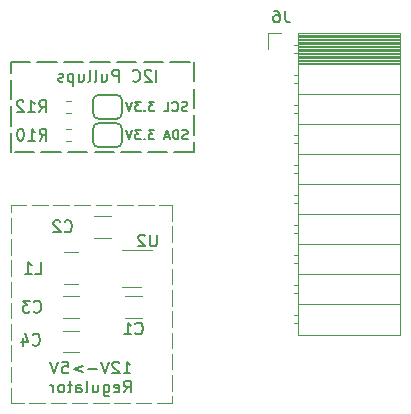
<source format=gbr>
%TF.GenerationSoftware,KiCad,Pcbnew,7.0.9*%
%TF.CreationDate,2024-07-24T20:02:15-04:00*%
%TF.ProjectId,BREAD_Loaf,42524541-445f-44c6-9f61-662e6b696361,rev?*%
%TF.SameCoordinates,PX2fdfdc0PY36746e0*%
%TF.FileFunction,Legend,Bot*%
%TF.FilePolarity,Positive*%
%FSLAX46Y46*%
G04 Gerber Fmt 4.6, Leading zero omitted, Abs format (unit mm)*
G04 Created by KiCad (PCBNEW 7.0.9) date 2024-07-24 20:02:15*
%MOMM*%
%LPD*%
G01*
G04 APERTURE LIST*
%ADD10C,0.150000*%
%ADD11C,0.120000*%
%ADD12C,0.152400*%
G04 APERTURE END LIST*
D10*
X6800000Y-30900000D02*
X8450000Y-30900000D01*
X9050000Y-30900000D02*
X10700000Y-30900000D01*
X11300000Y-30900000D02*
X12950000Y-30900000D01*
X13550000Y-30900000D02*
X15200000Y-30900000D01*
X15800000Y-30900000D02*
X17450000Y-30900000D01*
X18050000Y-30900000D02*
X19700000Y-30900000D01*
X20300000Y-30900000D02*
X21950000Y-30900000D01*
X22300000Y-30900000D02*
X22300000Y-32550000D01*
X22300000Y-33150000D02*
X22300000Y-34800000D01*
X22300000Y-35400000D02*
X22300000Y-37050000D01*
X22300000Y-37650000D02*
X22300000Y-38550000D01*
X22300000Y-38550000D02*
X20650000Y-38550000D01*
X20050000Y-38550000D02*
X18400000Y-38550000D01*
X17800000Y-38550000D02*
X16150000Y-38550000D01*
X15550000Y-38550000D02*
X13900000Y-38550000D01*
X13300000Y-38550000D02*
X11650000Y-38550000D01*
X11050000Y-38550000D02*
X9400000Y-38550000D01*
X8800000Y-38550000D02*
X7150000Y-38550000D01*
X6800000Y-38550000D02*
X6800000Y-36900000D01*
X6800000Y-36300000D02*
X6800000Y-34650000D01*
X6800000Y-34050000D02*
X6800000Y-32400000D01*
X6800000Y-31800000D02*
X6800000Y-30900000D01*
D11*
X6800000Y-43012500D02*
X8120000Y-43012500D01*
X8600000Y-43012500D02*
X9920000Y-43012500D01*
X10400000Y-43012500D02*
X11720000Y-43012500D01*
X12200000Y-43012500D02*
X13520000Y-43012500D01*
X14000000Y-43012500D02*
X15320000Y-43012500D01*
X15800000Y-43012500D02*
X17120000Y-43012500D01*
X17600000Y-43012500D02*
X18920000Y-43012500D01*
X19400000Y-43012500D02*
X20500000Y-43012500D01*
X20500000Y-43012500D02*
X20500000Y-44332500D01*
X20500000Y-44812500D02*
X20500000Y-46132500D01*
X20500000Y-46612500D02*
X20500000Y-47932500D01*
X20500000Y-48412500D02*
X20500000Y-49732500D01*
X20500000Y-50212500D02*
X20500000Y-51532500D01*
X20500000Y-52012500D02*
X20500000Y-53332500D01*
X20500000Y-53812500D02*
X20500000Y-55132500D01*
X20500000Y-55612500D02*
X20500000Y-56932500D01*
X20500000Y-57412500D02*
X20500000Y-58732500D01*
X20500000Y-59212500D02*
X20500000Y-59812500D01*
X20500000Y-59812500D02*
X19180000Y-59812500D01*
X18700000Y-59812500D02*
X17380000Y-59812500D01*
X16900000Y-59812500D02*
X15580000Y-59812500D01*
X15100000Y-59812500D02*
X13780000Y-59812500D01*
X13300000Y-59812500D02*
X11980000Y-59812500D01*
X11500000Y-59812500D02*
X10180000Y-59812500D01*
X9700000Y-59812500D02*
X8380000Y-59812500D01*
X7900000Y-59812500D02*
X6800000Y-59812500D01*
X6800000Y-59812500D02*
X6800000Y-58492500D01*
X6800000Y-58012500D02*
X6800000Y-56692500D01*
X6800000Y-56212500D02*
X6800000Y-54892500D01*
X6800000Y-54412500D02*
X6800000Y-53092500D01*
X6800000Y-52612500D02*
X6800000Y-51292500D01*
X6800000Y-50812500D02*
X6800000Y-49492500D01*
X6800000Y-49012500D02*
X6800000Y-47692500D01*
X6800000Y-47212500D02*
X6800000Y-45892500D01*
X6800000Y-45412500D02*
X6800000Y-44092500D01*
X6800000Y-43612500D02*
X6800000Y-43012500D01*
D10*
X16361904Y-57272319D02*
X16933332Y-57272319D01*
X16647618Y-57272319D02*
X16647618Y-56272319D01*
X16647618Y-56272319D02*
X16742856Y-56415176D01*
X16742856Y-56415176D02*
X16838094Y-56510414D01*
X16838094Y-56510414D02*
X16933332Y-56558033D01*
X15980951Y-56367557D02*
X15933332Y-56319938D01*
X15933332Y-56319938D02*
X15838094Y-56272319D01*
X15838094Y-56272319D02*
X15599999Y-56272319D01*
X15599999Y-56272319D02*
X15504761Y-56319938D01*
X15504761Y-56319938D02*
X15457142Y-56367557D01*
X15457142Y-56367557D02*
X15409523Y-56462795D01*
X15409523Y-56462795D02*
X15409523Y-56558033D01*
X15409523Y-56558033D02*
X15457142Y-56700890D01*
X15457142Y-56700890D02*
X16028570Y-57272319D01*
X16028570Y-57272319D02*
X15409523Y-57272319D01*
X15123808Y-56272319D02*
X14790475Y-57272319D01*
X14790475Y-57272319D02*
X14457142Y-56272319D01*
X14123808Y-56891366D02*
X13361904Y-56891366D01*
X12885713Y-56605652D02*
X12123809Y-56891366D01*
X12123809Y-56891366D02*
X12885713Y-57177080D01*
X11171428Y-56272319D02*
X11647618Y-56272319D01*
X11647618Y-56272319D02*
X11695237Y-56748509D01*
X11695237Y-56748509D02*
X11647618Y-56700890D01*
X11647618Y-56700890D02*
X11552380Y-56653271D01*
X11552380Y-56653271D02*
X11314285Y-56653271D01*
X11314285Y-56653271D02*
X11219047Y-56700890D01*
X11219047Y-56700890D02*
X11171428Y-56748509D01*
X11171428Y-56748509D02*
X11123809Y-56843747D01*
X11123809Y-56843747D02*
X11123809Y-57081842D01*
X11123809Y-57081842D02*
X11171428Y-57177080D01*
X11171428Y-57177080D02*
X11219047Y-57224700D01*
X11219047Y-57224700D02*
X11314285Y-57272319D01*
X11314285Y-57272319D02*
X11552380Y-57272319D01*
X11552380Y-57272319D02*
X11647618Y-57224700D01*
X11647618Y-57224700D02*
X11695237Y-57177080D01*
X10838094Y-56272319D02*
X10504761Y-57272319D01*
X10504761Y-57272319D02*
X10171428Y-56272319D01*
X16385715Y-58882319D02*
X16719048Y-58406128D01*
X16957143Y-58882319D02*
X16957143Y-57882319D01*
X16957143Y-57882319D02*
X16576191Y-57882319D01*
X16576191Y-57882319D02*
X16480953Y-57929938D01*
X16480953Y-57929938D02*
X16433334Y-57977557D01*
X16433334Y-57977557D02*
X16385715Y-58072795D01*
X16385715Y-58072795D02*
X16385715Y-58215652D01*
X16385715Y-58215652D02*
X16433334Y-58310890D01*
X16433334Y-58310890D02*
X16480953Y-58358509D01*
X16480953Y-58358509D02*
X16576191Y-58406128D01*
X16576191Y-58406128D02*
X16957143Y-58406128D01*
X15576191Y-58834700D02*
X15671429Y-58882319D01*
X15671429Y-58882319D02*
X15861905Y-58882319D01*
X15861905Y-58882319D02*
X15957143Y-58834700D01*
X15957143Y-58834700D02*
X16004762Y-58739461D01*
X16004762Y-58739461D02*
X16004762Y-58358509D01*
X16004762Y-58358509D02*
X15957143Y-58263271D01*
X15957143Y-58263271D02*
X15861905Y-58215652D01*
X15861905Y-58215652D02*
X15671429Y-58215652D01*
X15671429Y-58215652D02*
X15576191Y-58263271D01*
X15576191Y-58263271D02*
X15528572Y-58358509D01*
X15528572Y-58358509D02*
X15528572Y-58453747D01*
X15528572Y-58453747D02*
X16004762Y-58548985D01*
X14671429Y-58215652D02*
X14671429Y-59025176D01*
X14671429Y-59025176D02*
X14719048Y-59120414D01*
X14719048Y-59120414D02*
X14766667Y-59168033D01*
X14766667Y-59168033D02*
X14861905Y-59215652D01*
X14861905Y-59215652D02*
X15004762Y-59215652D01*
X15004762Y-59215652D02*
X15100000Y-59168033D01*
X14671429Y-58834700D02*
X14766667Y-58882319D01*
X14766667Y-58882319D02*
X14957143Y-58882319D01*
X14957143Y-58882319D02*
X15052381Y-58834700D01*
X15052381Y-58834700D02*
X15100000Y-58787080D01*
X15100000Y-58787080D02*
X15147619Y-58691842D01*
X15147619Y-58691842D02*
X15147619Y-58406128D01*
X15147619Y-58406128D02*
X15100000Y-58310890D01*
X15100000Y-58310890D02*
X15052381Y-58263271D01*
X15052381Y-58263271D02*
X14957143Y-58215652D01*
X14957143Y-58215652D02*
X14766667Y-58215652D01*
X14766667Y-58215652D02*
X14671429Y-58263271D01*
X13766667Y-58215652D02*
X13766667Y-58882319D01*
X14195238Y-58215652D02*
X14195238Y-58739461D01*
X14195238Y-58739461D02*
X14147619Y-58834700D01*
X14147619Y-58834700D02*
X14052381Y-58882319D01*
X14052381Y-58882319D02*
X13909524Y-58882319D01*
X13909524Y-58882319D02*
X13814286Y-58834700D01*
X13814286Y-58834700D02*
X13766667Y-58787080D01*
X13147619Y-58882319D02*
X13242857Y-58834700D01*
X13242857Y-58834700D02*
X13290476Y-58739461D01*
X13290476Y-58739461D02*
X13290476Y-57882319D01*
X12338095Y-58882319D02*
X12338095Y-58358509D01*
X12338095Y-58358509D02*
X12385714Y-58263271D01*
X12385714Y-58263271D02*
X12480952Y-58215652D01*
X12480952Y-58215652D02*
X12671428Y-58215652D01*
X12671428Y-58215652D02*
X12766666Y-58263271D01*
X12338095Y-58834700D02*
X12433333Y-58882319D01*
X12433333Y-58882319D02*
X12671428Y-58882319D01*
X12671428Y-58882319D02*
X12766666Y-58834700D01*
X12766666Y-58834700D02*
X12814285Y-58739461D01*
X12814285Y-58739461D02*
X12814285Y-58644223D01*
X12814285Y-58644223D02*
X12766666Y-58548985D01*
X12766666Y-58548985D02*
X12671428Y-58501366D01*
X12671428Y-58501366D02*
X12433333Y-58501366D01*
X12433333Y-58501366D02*
X12338095Y-58453747D01*
X12004761Y-58215652D02*
X11623809Y-58215652D01*
X11861904Y-57882319D02*
X11861904Y-58739461D01*
X11861904Y-58739461D02*
X11814285Y-58834700D01*
X11814285Y-58834700D02*
X11719047Y-58882319D01*
X11719047Y-58882319D02*
X11623809Y-58882319D01*
X11147618Y-58882319D02*
X11242856Y-58834700D01*
X11242856Y-58834700D02*
X11290475Y-58787080D01*
X11290475Y-58787080D02*
X11338094Y-58691842D01*
X11338094Y-58691842D02*
X11338094Y-58406128D01*
X11338094Y-58406128D02*
X11290475Y-58310890D01*
X11290475Y-58310890D02*
X11242856Y-58263271D01*
X11242856Y-58263271D02*
X11147618Y-58215652D01*
X11147618Y-58215652D02*
X11004761Y-58215652D01*
X11004761Y-58215652D02*
X10909523Y-58263271D01*
X10909523Y-58263271D02*
X10861904Y-58310890D01*
X10861904Y-58310890D02*
X10814285Y-58406128D01*
X10814285Y-58406128D02*
X10814285Y-58691842D01*
X10814285Y-58691842D02*
X10861904Y-58787080D01*
X10861904Y-58787080D02*
X10909523Y-58834700D01*
X10909523Y-58834700D02*
X11004761Y-58882319D01*
X11004761Y-58882319D02*
X11147618Y-58882319D01*
X10385713Y-58882319D02*
X10385713Y-58215652D01*
X10385713Y-58406128D02*
X10338094Y-58310890D01*
X10338094Y-58310890D02*
X10290475Y-58263271D01*
X10290475Y-58263271D02*
X10195237Y-58215652D01*
X10195237Y-58215652D02*
X10099999Y-58215652D01*
X21793922Y-37424200D02*
X21679636Y-37462295D01*
X21679636Y-37462295D02*
X21489160Y-37462295D01*
X21489160Y-37462295D02*
X21412969Y-37424200D01*
X21412969Y-37424200D02*
X21374874Y-37386104D01*
X21374874Y-37386104D02*
X21336779Y-37309914D01*
X21336779Y-37309914D02*
X21336779Y-37233723D01*
X21336779Y-37233723D02*
X21374874Y-37157533D01*
X21374874Y-37157533D02*
X21412969Y-37119438D01*
X21412969Y-37119438D02*
X21489160Y-37081342D01*
X21489160Y-37081342D02*
X21641541Y-37043247D01*
X21641541Y-37043247D02*
X21717731Y-37005152D01*
X21717731Y-37005152D02*
X21755826Y-36967057D01*
X21755826Y-36967057D02*
X21793922Y-36890866D01*
X21793922Y-36890866D02*
X21793922Y-36814676D01*
X21793922Y-36814676D02*
X21755826Y-36738485D01*
X21755826Y-36738485D02*
X21717731Y-36700390D01*
X21717731Y-36700390D02*
X21641541Y-36662295D01*
X21641541Y-36662295D02*
X21451064Y-36662295D01*
X21451064Y-36662295D02*
X21336779Y-36700390D01*
X20993921Y-37462295D02*
X20993921Y-36662295D01*
X20993921Y-36662295D02*
X20803445Y-36662295D01*
X20803445Y-36662295D02*
X20689159Y-36700390D01*
X20689159Y-36700390D02*
X20612969Y-36776580D01*
X20612969Y-36776580D02*
X20574874Y-36852771D01*
X20574874Y-36852771D02*
X20536778Y-37005152D01*
X20536778Y-37005152D02*
X20536778Y-37119438D01*
X20536778Y-37119438D02*
X20574874Y-37271819D01*
X20574874Y-37271819D02*
X20612969Y-37348009D01*
X20612969Y-37348009D02*
X20689159Y-37424200D01*
X20689159Y-37424200D02*
X20803445Y-37462295D01*
X20803445Y-37462295D02*
X20993921Y-37462295D01*
X20232017Y-37233723D02*
X19851064Y-37233723D01*
X20308207Y-37462295D02*
X20041540Y-36662295D01*
X20041540Y-36662295D02*
X19774874Y-37462295D01*
X18974874Y-36662295D02*
X18479636Y-36662295D01*
X18479636Y-36662295D02*
X18746302Y-36967057D01*
X18746302Y-36967057D02*
X18632017Y-36967057D01*
X18632017Y-36967057D02*
X18555826Y-37005152D01*
X18555826Y-37005152D02*
X18517731Y-37043247D01*
X18517731Y-37043247D02*
X18479636Y-37119438D01*
X18479636Y-37119438D02*
X18479636Y-37309914D01*
X18479636Y-37309914D02*
X18517731Y-37386104D01*
X18517731Y-37386104D02*
X18555826Y-37424200D01*
X18555826Y-37424200D02*
X18632017Y-37462295D01*
X18632017Y-37462295D02*
X18860588Y-37462295D01*
X18860588Y-37462295D02*
X18936779Y-37424200D01*
X18936779Y-37424200D02*
X18974874Y-37386104D01*
X18136778Y-37386104D02*
X18098683Y-37424200D01*
X18098683Y-37424200D02*
X18136778Y-37462295D01*
X18136778Y-37462295D02*
X18174874Y-37424200D01*
X18174874Y-37424200D02*
X18136778Y-37386104D01*
X18136778Y-37386104D02*
X18136778Y-37462295D01*
X17832017Y-36662295D02*
X17336779Y-36662295D01*
X17336779Y-36662295D02*
X17603445Y-36967057D01*
X17603445Y-36967057D02*
X17489160Y-36967057D01*
X17489160Y-36967057D02*
X17412969Y-37005152D01*
X17412969Y-37005152D02*
X17374874Y-37043247D01*
X17374874Y-37043247D02*
X17336779Y-37119438D01*
X17336779Y-37119438D02*
X17336779Y-37309914D01*
X17336779Y-37309914D02*
X17374874Y-37386104D01*
X17374874Y-37386104D02*
X17412969Y-37424200D01*
X17412969Y-37424200D02*
X17489160Y-37462295D01*
X17489160Y-37462295D02*
X17717731Y-37462295D01*
X17717731Y-37462295D02*
X17793922Y-37424200D01*
X17793922Y-37424200D02*
X17832017Y-37386104D01*
X17108207Y-36662295D02*
X16841540Y-37462295D01*
X16841540Y-37462295D02*
X16574874Y-36662295D01*
X21755827Y-35024200D02*
X21641541Y-35062295D01*
X21641541Y-35062295D02*
X21451065Y-35062295D01*
X21451065Y-35062295D02*
X21374874Y-35024200D01*
X21374874Y-35024200D02*
X21336779Y-34986104D01*
X21336779Y-34986104D02*
X21298684Y-34909914D01*
X21298684Y-34909914D02*
X21298684Y-34833723D01*
X21298684Y-34833723D02*
X21336779Y-34757533D01*
X21336779Y-34757533D02*
X21374874Y-34719438D01*
X21374874Y-34719438D02*
X21451065Y-34681342D01*
X21451065Y-34681342D02*
X21603446Y-34643247D01*
X21603446Y-34643247D02*
X21679636Y-34605152D01*
X21679636Y-34605152D02*
X21717731Y-34567057D01*
X21717731Y-34567057D02*
X21755827Y-34490866D01*
X21755827Y-34490866D02*
X21755827Y-34414676D01*
X21755827Y-34414676D02*
X21717731Y-34338485D01*
X21717731Y-34338485D02*
X21679636Y-34300390D01*
X21679636Y-34300390D02*
X21603446Y-34262295D01*
X21603446Y-34262295D02*
X21412969Y-34262295D01*
X21412969Y-34262295D02*
X21298684Y-34300390D01*
X20498683Y-34986104D02*
X20536779Y-35024200D01*
X20536779Y-35024200D02*
X20651064Y-35062295D01*
X20651064Y-35062295D02*
X20727255Y-35062295D01*
X20727255Y-35062295D02*
X20841541Y-35024200D01*
X20841541Y-35024200D02*
X20917731Y-34948009D01*
X20917731Y-34948009D02*
X20955826Y-34871819D01*
X20955826Y-34871819D02*
X20993922Y-34719438D01*
X20993922Y-34719438D02*
X20993922Y-34605152D01*
X20993922Y-34605152D02*
X20955826Y-34452771D01*
X20955826Y-34452771D02*
X20917731Y-34376580D01*
X20917731Y-34376580D02*
X20841541Y-34300390D01*
X20841541Y-34300390D02*
X20727255Y-34262295D01*
X20727255Y-34262295D02*
X20651064Y-34262295D01*
X20651064Y-34262295D02*
X20536779Y-34300390D01*
X20536779Y-34300390D02*
X20498683Y-34338485D01*
X19774874Y-35062295D02*
X20155826Y-35062295D01*
X20155826Y-35062295D02*
X20155826Y-34262295D01*
X18974874Y-34262295D02*
X18479636Y-34262295D01*
X18479636Y-34262295D02*
X18746302Y-34567057D01*
X18746302Y-34567057D02*
X18632017Y-34567057D01*
X18632017Y-34567057D02*
X18555826Y-34605152D01*
X18555826Y-34605152D02*
X18517731Y-34643247D01*
X18517731Y-34643247D02*
X18479636Y-34719438D01*
X18479636Y-34719438D02*
X18479636Y-34909914D01*
X18479636Y-34909914D02*
X18517731Y-34986104D01*
X18517731Y-34986104D02*
X18555826Y-35024200D01*
X18555826Y-35024200D02*
X18632017Y-35062295D01*
X18632017Y-35062295D02*
X18860588Y-35062295D01*
X18860588Y-35062295D02*
X18936779Y-35024200D01*
X18936779Y-35024200D02*
X18974874Y-34986104D01*
X18136778Y-34986104D02*
X18098683Y-35024200D01*
X18098683Y-35024200D02*
X18136778Y-35062295D01*
X18136778Y-35062295D02*
X18174874Y-35024200D01*
X18174874Y-35024200D02*
X18136778Y-34986104D01*
X18136778Y-34986104D02*
X18136778Y-35062295D01*
X17832017Y-34262295D02*
X17336779Y-34262295D01*
X17336779Y-34262295D02*
X17603445Y-34567057D01*
X17603445Y-34567057D02*
X17489160Y-34567057D01*
X17489160Y-34567057D02*
X17412969Y-34605152D01*
X17412969Y-34605152D02*
X17374874Y-34643247D01*
X17374874Y-34643247D02*
X17336779Y-34719438D01*
X17336779Y-34719438D02*
X17336779Y-34909914D01*
X17336779Y-34909914D02*
X17374874Y-34986104D01*
X17374874Y-34986104D02*
X17412969Y-35024200D01*
X17412969Y-35024200D02*
X17489160Y-35062295D01*
X17489160Y-35062295D02*
X17717731Y-35062295D01*
X17717731Y-35062295D02*
X17793922Y-35024200D01*
X17793922Y-35024200D02*
X17832017Y-34986104D01*
X17108207Y-34262295D02*
X16841540Y-35062295D01*
X16841540Y-35062295D02*
X16574874Y-34262295D01*
X19142857Y-32569819D02*
X19142857Y-31569819D01*
X18714286Y-31665057D02*
X18666667Y-31617438D01*
X18666667Y-31617438D02*
X18571429Y-31569819D01*
X18571429Y-31569819D02*
X18333334Y-31569819D01*
X18333334Y-31569819D02*
X18238096Y-31617438D01*
X18238096Y-31617438D02*
X18190477Y-31665057D01*
X18190477Y-31665057D02*
X18142858Y-31760295D01*
X18142858Y-31760295D02*
X18142858Y-31855533D01*
X18142858Y-31855533D02*
X18190477Y-31998390D01*
X18190477Y-31998390D02*
X18761905Y-32569819D01*
X18761905Y-32569819D02*
X18142858Y-32569819D01*
X17142858Y-32474580D02*
X17190477Y-32522200D01*
X17190477Y-32522200D02*
X17333334Y-32569819D01*
X17333334Y-32569819D02*
X17428572Y-32569819D01*
X17428572Y-32569819D02*
X17571429Y-32522200D01*
X17571429Y-32522200D02*
X17666667Y-32426961D01*
X17666667Y-32426961D02*
X17714286Y-32331723D01*
X17714286Y-32331723D02*
X17761905Y-32141247D01*
X17761905Y-32141247D02*
X17761905Y-31998390D01*
X17761905Y-31998390D02*
X17714286Y-31807914D01*
X17714286Y-31807914D02*
X17666667Y-31712676D01*
X17666667Y-31712676D02*
X17571429Y-31617438D01*
X17571429Y-31617438D02*
X17428572Y-31569819D01*
X17428572Y-31569819D02*
X17333334Y-31569819D01*
X17333334Y-31569819D02*
X17190477Y-31617438D01*
X17190477Y-31617438D02*
X17142858Y-31665057D01*
X15952381Y-32569819D02*
X15952381Y-31569819D01*
X15952381Y-31569819D02*
X15571429Y-31569819D01*
X15571429Y-31569819D02*
X15476191Y-31617438D01*
X15476191Y-31617438D02*
X15428572Y-31665057D01*
X15428572Y-31665057D02*
X15380953Y-31760295D01*
X15380953Y-31760295D02*
X15380953Y-31903152D01*
X15380953Y-31903152D02*
X15428572Y-31998390D01*
X15428572Y-31998390D02*
X15476191Y-32046009D01*
X15476191Y-32046009D02*
X15571429Y-32093628D01*
X15571429Y-32093628D02*
X15952381Y-32093628D01*
X14523810Y-31903152D02*
X14523810Y-32569819D01*
X14952381Y-31903152D02*
X14952381Y-32426961D01*
X14952381Y-32426961D02*
X14904762Y-32522200D01*
X14904762Y-32522200D02*
X14809524Y-32569819D01*
X14809524Y-32569819D02*
X14666667Y-32569819D01*
X14666667Y-32569819D02*
X14571429Y-32522200D01*
X14571429Y-32522200D02*
X14523810Y-32474580D01*
X13904762Y-32569819D02*
X14000000Y-32522200D01*
X14000000Y-32522200D02*
X14047619Y-32426961D01*
X14047619Y-32426961D02*
X14047619Y-31569819D01*
X13380952Y-32569819D02*
X13476190Y-32522200D01*
X13476190Y-32522200D02*
X13523809Y-32426961D01*
X13523809Y-32426961D02*
X13523809Y-31569819D01*
X12571428Y-31903152D02*
X12571428Y-32569819D01*
X12999999Y-31903152D02*
X12999999Y-32426961D01*
X12999999Y-32426961D02*
X12952380Y-32522200D01*
X12952380Y-32522200D02*
X12857142Y-32569819D01*
X12857142Y-32569819D02*
X12714285Y-32569819D01*
X12714285Y-32569819D02*
X12619047Y-32522200D01*
X12619047Y-32522200D02*
X12571428Y-32474580D01*
X12095237Y-31903152D02*
X12095237Y-32903152D01*
X12095237Y-31950771D02*
X11999999Y-31903152D01*
X11999999Y-31903152D02*
X11809523Y-31903152D01*
X11809523Y-31903152D02*
X11714285Y-31950771D01*
X11714285Y-31950771D02*
X11666666Y-31998390D01*
X11666666Y-31998390D02*
X11619047Y-32093628D01*
X11619047Y-32093628D02*
X11619047Y-32379342D01*
X11619047Y-32379342D02*
X11666666Y-32474580D01*
X11666666Y-32474580D02*
X11714285Y-32522200D01*
X11714285Y-32522200D02*
X11809523Y-32569819D01*
X11809523Y-32569819D02*
X11999999Y-32569819D01*
X11999999Y-32569819D02*
X12095237Y-32522200D01*
X11238094Y-32522200D02*
X11142856Y-32569819D01*
X11142856Y-32569819D02*
X10952380Y-32569819D01*
X10952380Y-32569819D02*
X10857142Y-32522200D01*
X10857142Y-32522200D02*
X10809523Y-32426961D01*
X10809523Y-32426961D02*
X10809523Y-32379342D01*
X10809523Y-32379342D02*
X10857142Y-32284104D01*
X10857142Y-32284104D02*
X10952380Y-32236485D01*
X10952380Y-32236485D02*
X11095237Y-32236485D01*
X11095237Y-32236485D02*
X11190475Y-32188866D01*
X11190475Y-32188866D02*
X11238094Y-32093628D01*
X11238094Y-32093628D02*
X11238094Y-32046009D01*
X11238094Y-32046009D02*
X11190475Y-31950771D01*
X11190475Y-31950771D02*
X11095237Y-31903152D01*
X11095237Y-31903152D02*
X10952380Y-31903152D01*
X10952380Y-31903152D02*
X10857142Y-31950771D01*
X30033333Y-26554819D02*
X30033333Y-27269104D01*
X30033333Y-27269104D02*
X30080952Y-27411961D01*
X30080952Y-27411961D02*
X30176190Y-27507200D01*
X30176190Y-27507200D02*
X30319047Y-27554819D01*
X30319047Y-27554819D02*
X30414285Y-27554819D01*
X29128571Y-26554819D02*
X29319047Y-26554819D01*
X29319047Y-26554819D02*
X29414285Y-26602438D01*
X29414285Y-26602438D02*
X29461904Y-26650057D01*
X29461904Y-26650057D02*
X29557142Y-26792914D01*
X29557142Y-26792914D02*
X29604761Y-26983390D01*
X29604761Y-26983390D02*
X29604761Y-27364342D01*
X29604761Y-27364342D02*
X29557142Y-27459580D01*
X29557142Y-27459580D02*
X29509523Y-27507200D01*
X29509523Y-27507200D02*
X29414285Y-27554819D01*
X29414285Y-27554819D02*
X29223809Y-27554819D01*
X29223809Y-27554819D02*
X29128571Y-27507200D01*
X29128571Y-27507200D02*
X29080952Y-27459580D01*
X29080952Y-27459580D02*
X29033333Y-27364342D01*
X29033333Y-27364342D02*
X29033333Y-27126247D01*
X29033333Y-27126247D02*
X29080952Y-27031009D01*
X29080952Y-27031009D02*
X29128571Y-26983390D01*
X29128571Y-26983390D02*
X29223809Y-26935771D01*
X29223809Y-26935771D02*
X29414285Y-26935771D01*
X29414285Y-26935771D02*
X29509523Y-26983390D01*
X29509523Y-26983390D02*
X29557142Y-27031009D01*
X29557142Y-27031009D02*
X29604761Y-27126247D01*
X9217857Y-35154819D02*
X9551190Y-34678628D01*
X9789285Y-35154819D02*
X9789285Y-34154819D01*
X9789285Y-34154819D02*
X9408333Y-34154819D01*
X9408333Y-34154819D02*
X9313095Y-34202438D01*
X9313095Y-34202438D02*
X9265476Y-34250057D01*
X9265476Y-34250057D02*
X9217857Y-34345295D01*
X9217857Y-34345295D02*
X9217857Y-34488152D01*
X9217857Y-34488152D02*
X9265476Y-34583390D01*
X9265476Y-34583390D02*
X9313095Y-34631009D01*
X9313095Y-34631009D02*
X9408333Y-34678628D01*
X9408333Y-34678628D02*
X9789285Y-34678628D01*
X8265476Y-35154819D02*
X8836904Y-35154819D01*
X8551190Y-35154819D02*
X8551190Y-34154819D01*
X8551190Y-34154819D02*
X8646428Y-34297676D01*
X8646428Y-34297676D02*
X8741666Y-34392914D01*
X8741666Y-34392914D02*
X8836904Y-34440533D01*
X7884523Y-34250057D02*
X7836904Y-34202438D01*
X7836904Y-34202438D02*
X7741666Y-34154819D01*
X7741666Y-34154819D02*
X7503571Y-34154819D01*
X7503571Y-34154819D02*
X7408333Y-34202438D01*
X7408333Y-34202438D02*
X7360714Y-34250057D01*
X7360714Y-34250057D02*
X7313095Y-34345295D01*
X7313095Y-34345295D02*
X7313095Y-34440533D01*
X7313095Y-34440533D02*
X7360714Y-34583390D01*
X7360714Y-34583390D02*
X7932142Y-35154819D01*
X7932142Y-35154819D02*
X7313095Y-35154819D01*
X11366666Y-45222080D02*
X11414285Y-45269700D01*
X11414285Y-45269700D02*
X11557142Y-45317319D01*
X11557142Y-45317319D02*
X11652380Y-45317319D01*
X11652380Y-45317319D02*
X11795237Y-45269700D01*
X11795237Y-45269700D02*
X11890475Y-45174461D01*
X11890475Y-45174461D02*
X11938094Y-45079223D01*
X11938094Y-45079223D02*
X11985713Y-44888747D01*
X11985713Y-44888747D02*
X11985713Y-44745890D01*
X11985713Y-44745890D02*
X11938094Y-44555414D01*
X11938094Y-44555414D02*
X11890475Y-44460176D01*
X11890475Y-44460176D02*
X11795237Y-44364938D01*
X11795237Y-44364938D02*
X11652380Y-44317319D01*
X11652380Y-44317319D02*
X11557142Y-44317319D01*
X11557142Y-44317319D02*
X11414285Y-44364938D01*
X11414285Y-44364938D02*
X11366666Y-44412557D01*
X10985713Y-44412557D02*
X10938094Y-44364938D01*
X10938094Y-44364938D02*
X10842856Y-44317319D01*
X10842856Y-44317319D02*
X10604761Y-44317319D01*
X10604761Y-44317319D02*
X10509523Y-44364938D01*
X10509523Y-44364938D02*
X10461904Y-44412557D01*
X10461904Y-44412557D02*
X10414285Y-44507795D01*
X10414285Y-44507795D02*
X10414285Y-44603033D01*
X10414285Y-44603033D02*
X10461904Y-44745890D01*
X10461904Y-44745890D02*
X11033332Y-45317319D01*
X11033332Y-45317319D02*
X10414285Y-45317319D01*
X8766666Y-52022080D02*
X8814285Y-52069700D01*
X8814285Y-52069700D02*
X8957142Y-52117319D01*
X8957142Y-52117319D02*
X9052380Y-52117319D01*
X9052380Y-52117319D02*
X9195237Y-52069700D01*
X9195237Y-52069700D02*
X9290475Y-51974461D01*
X9290475Y-51974461D02*
X9338094Y-51879223D01*
X9338094Y-51879223D02*
X9385713Y-51688747D01*
X9385713Y-51688747D02*
X9385713Y-51545890D01*
X9385713Y-51545890D02*
X9338094Y-51355414D01*
X9338094Y-51355414D02*
X9290475Y-51260176D01*
X9290475Y-51260176D02*
X9195237Y-51164938D01*
X9195237Y-51164938D02*
X9052380Y-51117319D01*
X9052380Y-51117319D02*
X8957142Y-51117319D01*
X8957142Y-51117319D02*
X8814285Y-51164938D01*
X8814285Y-51164938D02*
X8766666Y-51212557D01*
X8433332Y-51117319D02*
X7814285Y-51117319D01*
X7814285Y-51117319D02*
X8147618Y-51498271D01*
X8147618Y-51498271D02*
X8004761Y-51498271D01*
X8004761Y-51498271D02*
X7909523Y-51545890D01*
X7909523Y-51545890D02*
X7861904Y-51593509D01*
X7861904Y-51593509D02*
X7814285Y-51688747D01*
X7814285Y-51688747D02*
X7814285Y-51926842D01*
X7814285Y-51926842D02*
X7861904Y-52022080D01*
X7861904Y-52022080D02*
X7909523Y-52069700D01*
X7909523Y-52069700D02*
X8004761Y-52117319D01*
X8004761Y-52117319D02*
X8290475Y-52117319D01*
X8290475Y-52117319D02*
X8385713Y-52069700D01*
X8385713Y-52069700D02*
X8433332Y-52022080D01*
X17366666Y-53872080D02*
X17414285Y-53919700D01*
X17414285Y-53919700D02*
X17557142Y-53967319D01*
X17557142Y-53967319D02*
X17652380Y-53967319D01*
X17652380Y-53967319D02*
X17795237Y-53919700D01*
X17795237Y-53919700D02*
X17890475Y-53824461D01*
X17890475Y-53824461D02*
X17938094Y-53729223D01*
X17938094Y-53729223D02*
X17985713Y-53538747D01*
X17985713Y-53538747D02*
X17985713Y-53395890D01*
X17985713Y-53395890D02*
X17938094Y-53205414D01*
X17938094Y-53205414D02*
X17890475Y-53110176D01*
X17890475Y-53110176D02*
X17795237Y-53014938D01*
X17795237Y-53014938D02*
X17652380Y-52967319D01*
X17652380Y-52967319D02*
X17557142Y-52967319D01*
X17557142Y-52967319D02*
X17414285Y-53014938D01*
X17414285Y-53014938D02*
X17366666Y-53062557D01*
X16414285Y-53967319D02*
X16985713Y-53967319D01*
X16699999Y-53967319D02*
X16699999Y-52967319D01*
X16699999Y-52967319D02*
X16795237Y-53110176D01*
X16795237Y-53110176D02*
X16890475Y-53205414D01*
X16890475Y-53205414D02*
X16985713Y-53253033D01*
X8666666Y-54822080D02*
X8714285Y-54869700D01*
X8714285Y-54869700D02*
X8857142Y-54917319D01*
X8857142Y-54917319D02*
X8952380Y-54917319D01*
X8952380Y-54917319D02*
X9095237Y-54869700D01*
X9095237Y-54869700D02*
X9190475Y-54774461D01*
X9190475Y-54774461D02*
X9238094Y-54679223D01*
X9238094Y-54679223D02*
X9285713Y-54488747D01*
X9285713Y-54488747D02*
X9285713Y-54345890D01*
X9285713Y-54345890D02*
X9238094Y-54155414D01*
X9238094Y-54155414D02*
X9190475Y-54060176D01*
X9190475Y-54060176D02*
X9095237Y-53964938D01*
X9095237Y-53964938D02*
X8952380Y-53917319D01*
X8952380Y-53917319D02*
X8857142Y-53917319D01*
X8857142Y-53917319D02*
X8714285Y-53964938D01*
X8714285Y-53964938D02*
X8666666Y-54012557D01*
X7809523Y-54250652D02*
X7809523Y-54917319D01*
X8047618Y-53869700D02*
X8285713Y-54583985D01*
X8285713Y-54583985D02*
X7666666Y-54583985D01*
X19161904Y-45517319D02*
X19161904Y-46326842D01*
X19161904Y-46326842D02*
X19114285Y-46422080D01*
X19114285Y-46422080D02*
X19066666Y-46469700D01*
X19066666Y-46469700D02*
X18971428Y-46517319D01*
X18971428Y-46517319D02*
X18780952Y-46517319D01*
X18780952Y-46517319D02*
X18685714Y-46469700D01*
X18685714Y-46469700D02*
X18638095Y-46422080D01*
X18638095Y-46422080D02*
X18590476Y-46326842D01*
X18590476Y-46326842D02*
X18590476Y-45517319D01*
X18161904Y-45612557D02*
X18114285Y-45564938D01*
X18114285Y-45564938D02*
X18019047Y-45517319D01*
X18019047Y-45517319D02*
X17780952Y-45517319D01*
X17780952Y-45517319D02*
X17685714Y-45564938D01*
X17685714Y-45564938D02*
X17638095Y-45612557D01*
X17638095Y-45612557D02*
X17590476Y-45707795D01*
X17590476Y-45707795D02*
X17590476Y-45803033D01*
X17590476Y-45803033D02*
X17638095Y-45945890D01*
X17638095Y-45945890D02*
X18209523Y-46517319D01*
X18209523Y-46517319D02*
X17590476Y-46517319D01*
X9242857Y-37554819D02*
X9576190Y-37078628D01*
X9814285Y-37554819D02*
X9814285Y-36554819D01*
X9814285Y-36554819D02*
X9433333Y-36554819D01*
X9433333Y-36554819D02*
X9338095Y-36602438D01*
X9338095Y-36602438D02*
X9290476Y-36650057D01*
X9290476Y-36650057D02*
X9242857Y-36745295D01*
X9242857Y-36745295D02*
X9242857Y-36888152D01*
X9242857Y-36888152D02*
X9290476Y-36983390D01*
X9290476Y-36983390D02*
X9338095Y-37031009D01*
X9338095Y-37031009D02*
X9433333Y-37078628D01*
X9433333Y-37078628D02*
X9814285Y-37078628D01*
X8290476Y-37554819D02*
X8861904Y-37554819D01*
X8576190Y-37554819D02*
X8576190Y-36554819D01*
X8576190Y-36554819D02*
X8671428Y-36697676D01*
X8671428Y-36697676D02*
X8766666Y-36792914D01*
X8766666Y-36792914D02*
X8861904Y-36840533D01*
X7671428Y-36554819D02*
X7576190Y-36554819D01*
X7576190Y-36554819D02*
X7480952Y-36602438D01*
X7480952Y-36602438D02*
X7433333Y-36650057D01*
X7433333Y-36650057D02*
X7385714Y-36745295D01*
X7385714Y-36745295D02*
X7338095Y-36935771D01*
X7338095Y-36935771D02*
X7338095Y-37173866D01*
X7338095Y-37173866D02*
X7385714Y-37364342D01*
X7385714Y-37364342D02*
X7433333Y-37459580D01*
X7433333Y-37459580D02*
X7480952Y-37507200D01*
X7480952Y-37507200D02*
X7576190Y-37554819D01*
X7576190Y-37554819D02*
X7671428Y-37554819D01*
X7671428Y-37554819D02*
X7766666Y-37507200D01*
X7766666Y-37507200D02*
X7814285Y-37459580D01*
X7814285Y-37459580D02*
X7861904Y-37364342D01*
X7861904Y-37364342D02*
X7909523Y-37173866D01*
X7909523Y-37173866D02*
X7909523Y-36935771D01*
X7909523Y-36935771D02*
X7861904Y-36745295D01*
X7861904Y-36745295D02*
X7814285Y-36650057D01*
X7814285Y-36650057D02*
X7766666Y-36602438D01*
X7766666Y-36602438D02*
X7671428Y-36554819D01*
X8866666Y-48817319D02*
X9342856Y-48817319D01*
X9342856Y-48817319D02*
X9342856Y-47817319D01*
X8009523Y-48817319D02*
X8580951Y-48817319D01*
X8295237Y-48817319D02*
X8295237Y-47817319D01*
X8295237Y-47817319D02*
X8390475Y-47960176D01*
X8390475Y-47960176D02*
X8485713Y-48055414D01*
X8485713Y-48055414D02*
X8580951Y-48103033D01*
D11*
%TO.C,J6*%
X39790000Y-53990000D02*
X31160000Y-53990000D01*
X39790000Y-51390000D02*
X31160000Y-51390000D01*
X39790000Y-48850000D02*
X31160000Y-48850000D01*
X39790000Y-46310000D02*
X31160000Y-46310000D01*
X39790000Y-43770000D02*
X31160000Y-43770000D01*
X39790000Y-41230000D02*
X31160000Y-41230000D01*
X39790000Y-38690000D02*
X31160000Y-38690000D01*
X39790000Y-36150000D02*
X31160000Y-36150000D01*
X39790000Y-33610000D02*
X31160000Y-33610000D01*
X39790000Y-31070000D02*
X31160000Y-31070000D01*
X39790000Y-30951900D02*
X31160000Y-30951900D01*
X39790000Y-30833805D02*
X31160000Y-30833805D01*
X39790000Y-30715710D02*
X31160000Y-30715710D01*
X39790000Y-30597615D02*
X31160000Y-30597615D01*
X39790000Y-30479520D02*
X31160000Y-30479520D01*
X39790000Y-30361425D02*
X31160000Y-30361425D01*
X39790000Y-30243330D02*
X31160000Y-30243330D01*
X39790000Y-30125235D02*
X31160000Y-30125235D01*
X39790000Y-30007140D02*
X31160000Y-30007140D01*
X39790000Y-29889045D02*
X31160000Y-29889045D01*
X39790000Y-29770950D02*
X31160000Y-29770950D01*
X39790000Y-29652855D02*
X31160000Y-29652855D01*
X39790000Y-29534760D02*
X31160000Y-29534760D01*
X39790000Y-29416665D02*
X31160000Y-29416665D01*
X39790000Y-29298570D02*
X31160000Y-29298570D01*
X39790000Y-29180475D02*
X31160000Y-29180475D01*
X39790000Y-29062380D02*
X31160000Y-29062380D01*
X39790000Y-28944285D02*
X31160000Y-28944285D01*
X39790000Y-28826190D02*
X31160000Y-28826190D01*
X39790000Y-28708095D02*
X31160000Y-28708095D01*
X39790000Y-28590000D02*
X31160000Y-28590000D01*
X39790000Y-28470000D02*
X39790000Y-53990000D01*
X39790000Y-28470000D02*
X31160000Y-28470000D01*
X31160000Y-53020000D02*
X30750000Y-53020000D01*
X31160000Y-52300000D02*
X30750000Y-52300000D01*
X31160000Y-50480000D02*
X30750000Y-50480000D01*
X31160000Y-49760000D02*
X30750000Y-49760000D01*
X31160000Y-47940000D02*
X30750000Y-47940000D01*
X31160000Y-47220000D02*
X30750000Y-47220000D01*
X31160000Y-45400000D02*
X30750000Y-45400000D01*
X31160000Y-44680000D02*
X30750000Y-44680000D01*
X31160000Y-42860000D02*
X30750000Y-42860000D01*
X31160000Y-42140000D02*
X30750000Y-42140000D01*
X31160000Y-40320000D02*
X30750000Y-40320000D01*
X31160000Y-39600000D02*
X30750000Y-39600000D01*
X31160000Y-37780000D02*
X30750000Y-37780000D01*
X31160000Y-37060000D02*
X30750000Y-37060000D01*
X31160000Y-35240000D02*
X30750000Y-35240000D01*
X31160000Y-34520000D02*
X30750000Y-34520000D01*
X31160000Y-32700000D02*
X30750000Y-32700000D01*
X31160000Y-31980000D02*
X30750000Y-31980000D01*
X31160000Y-30160000D02*
X30810000Y-30160000D01*
X31160000Y-29440000D02*
X30810000Y-29440000D01*
X31160000Y-28470000D02*
X31160000Y-53990000D01*
X29700000Y-28470000D02*
X28590000Y-28470000D01*
X28590000Y-28470000D02*
X28590000Y-29800000D01*
D12*
%TO.C,JP3*%
X13780800Y-36541200D02*
X13780800Y-37658800D01*
X14238000Y-38116000D02*
X15762000Y-38116000D01*
X15762000Y-36084000D02*
X14238000Y-36084000D01*
X16219200Y-36541200D02*
X16219200Y-37658800D01*
X14238000Y-36084000D02*
G75*
G03*
X13780800Y-36541200I1J-457201D01*
G01*
X13780800Y-37658800D02*
G75*
G03*
X14238000Y-38116000I457201J1D01*
G01*
X16219200Y-36541200D02*
G75*
G03*
X15762000Y-36084000I-457200J0D01*
G01*
X15762000Y-38116000D02*
G75*
G03*
X16219200Y-37658800I0J457200D01*
G01*
D11*
%TO.C,R12*%
X11462742Y-34177500D02*
X11937258Y-34177500D01*
X11462742Y-35222500D02*
X11937258Y-35222500D01*
%TO.C,C2*%
X13888748Y-43952500D02*
X15311252Y-43952500D01*
X13888748Y-45772500D02*
X15311252Y-45772500D01*
%TO.C,C3*%
X12611252Y-52572500D02*
X11188748Y-52572500D01*
X12611252Y-50752500D02*
X11188748Y-50752500D01*
%TO.C,C1*%
X16488748Y-50752500D02*
X17911252Y-50752500D01*
X16488748Y-52572500D02*
X17911252Y-52572500D01*
%TO.C,C4*%
X12611252Y-55472500D02*
X11188748Y-55472500D01*
X12611252Y-53652500D02*
X11188748Y-53652500D01*
%TO.C,U2*%
X17000000Y-49922500D02*
X17800000Y-49922500D01*
X17000000Y-49922500D02*
X16200000Y-49922500D01*
X17000000Y-46802500D02*
X18800000Y-46802500D01*
X17000000Y-46802500D02*
X16200000Y-46802500D01*
D12*
%TO.C,JP4*%
X13780800Y-34141200D02*
X13780800Y-35258800D01*
X14238000Y-35716000D02*
X15762000Y-35716000D01*
X15762000Y-33684000D02*
X14238000Y-33684000D01*
X16219200Y-34141200D02*
X16219200Y-35258800D01*
X14238000Y-33684000D02*
G75*
G03*
X13780800Y-34141200I1J-457201D01*
G01*
X13780800Y-35258800D02*
G75*
G03*
X14238000Y-35716000I457201J1D01*
G01*
X16219200Y-34141200D02*
G75*
G03*
X15762000Y-33684000I-457200J0D01*
G01*
X15762000Y-35716000D02*
G75*
G03*
X16219200Y-35258800I0J457200D01*
G01*
D11*
%TO.C,R10*%
X11462742Y-36577500D02*
X11937258Y-36577500D01*
X11462742Y-37622500D02*
X11937258Y-37622500D01*
%TO.C,L1*%
X12502064Y-49722500D02*
X11297936Y-49722500D01*
X12502064Y-47002500D02*
X11297936Y-47002500D01*
%TD*%
M02*

</source>
